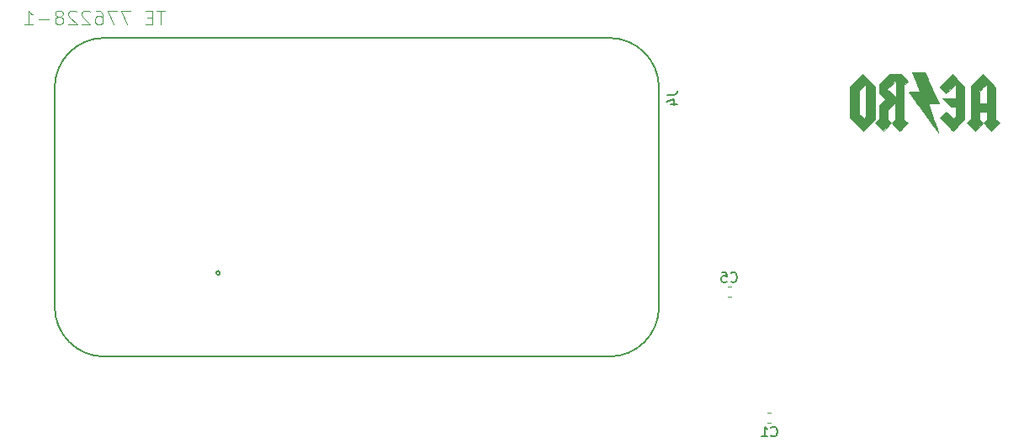
<source format=gbo>
%TF.GenerationSoftware,KiCad,Pcbnew,5.1.5-52549c5~84~ubuntu18.04.1*%
%TF.CreationDate,2020-02-26T10:28:26-05:00*%
%TF.ProjectId,LV_Breakout,4c565f42-7265-4616-9b6f-75742e6b6963,rev?*%
%TF.SameCoordinates,PX678e028PY6d01460*%
%TF.FileFunction,Legend,Bot*%
%TF.FilePolarity,Positive*%
%FSLAX46Y46*%
G04 Gerber Fmt 4.6, Leading zero omitted, Abs format (unit mm)*
G04 Created by KiCad (PCBNEW 5.1.5-52549c5~84~ubuntu18.04.1) date 2020-02-26 10:28:26*
%MOMM*%
%LPD*%
G04 APERTURE LIST*
%ADD10C,0.010000*%
%ADD11C,0.127000*%
%ADD12C,0.120000*%
%ADD13C,0.150000*%
%ADD14C,0.050000*%
G04 APERTURE END LIST*
D10*
%TO.C,G\002A\002A\002A*%
G36*
X81372708Y85441606D02*
G01*
X80742962Y84812588D01*
X80742962Y81662408D01*
X82055668Y80351066D01*
X83226984Y81523904D01*
X83226984Y81806375D01*
X82352328Y81806375D01*
X82240013Y81690496D01*
X82127699Y81574616D01*
X81890151Y81810344D01*
X81652603Y82046071D01*
X81652603Y84393337D01*
X82002466Y84741887D01*
X82352328Y85090436D01*
X82352328Y81806375D01*
X83226984Y81806375D01*
X83226984Y84847595D01*
X82614719Y85459110D01*
X82002455Y86070624D01*
X81372708Y85441606D01*
G37*
X81372708Y85441606D02*
X80742962Y84812588D01*
X80742962Y81662408D01*
X82055668Y80351066D01*
X83226984Y81523904D01*
X83226984Y81806375D01*
X82352328Y81806375D01*
X82240013Y81690496D01*
X82127699Y81574616D01*
X81890151Y81810344D01*
X81652603Y82046071D01*
X81652603Y84393337D01*
X82002466Y84741887D01*
X82352328Y85090436D01*
X82352328Y81806375D01*
X83226984Y81806375D01*
X83226984Y84847595D01*
X82614719Y85459110D01*
X82002455Y86070624D01*
X81372708Y85441606D01*
G36*
X84179906Y85554879D02*
G01*
X83681805Y85055887D01*
X83681805Y84148505D01*
X84292643Y83534823D01*
X83969731Y83210563D01*
X83646818Y82886302D01*
X83646818Y81525354D01*
X83463834Y81340069D01*
X83280851Y81154783D01*
X84084904Y80350730D01*
X84869688Y81138306D01*
X84697096Y81330730D01*
X84524503Y81523154D01*
X84522989Y81978572D01*
X84521474Y82433989D01*
X84906322Y82817644D01*
X85291171Y83201300D01*
X85291171Y81485537D01*
X85115854Y81312856D01*
X84940536Y81140175D01*
X85333947Y80745645D01*
X85468821Y80611740D01*
X85586657Y80497307D01*
X85678604Y80410738D01*
X85735816Y80360423D01*
X85749977Y80351116D01*
X85780622Y80375142D01*
X85850574Y80441496D01*
X85951144Y80541588D01*
X86073642Y80666829D01*
X86155490Y80751976D01*
X86538382Y81152836D01*
X86352104Y81336800D01*
X86165827Y81520764D01*
X86165827Y83657657D01*
X85361143Y83657657D01*
X84915241Y84103560D01*
X84469338Y84549463D01*
X85361143Y85441268D01*
X85361143Y83657657D01*
X86165827Y83657657D01*
X86165827Y84949775D01*
X86366121Y85152182D01*
X86566415Y85354588D01*
X86218086Y85704229D01*
X85869756Y86053870D01*
X84678007Y86053870D01*
X84179906Y85554879D01*
G37*
X84179906Y85554879D02*
X83681805Y85055887D01*
X83681805Y84148505D01*
X84292643Y83534823D01*
X83969731Y83210563D01*
X83646818Y82886302D01*
X83646818Y81525354D01*
X83463834Y81340069D01*
X83280851Y81154783D01*
X84084904Y80350730D01*
X84869688Y81138306D01*
X84697096Y81330730D01*
X84524503Y81523154D01*
X84522989Y81978572D01*
X84521474Y82433989D01*
X84906322Y82817644D01*
X85291171Y83201300D01*
X85291171Y81485537D01*
X85115854Y81312856D01*
X84940536Y81140175D01*
X85333947Y80745645D01*
X85468821Y80611740D01*
X85586657Y80497307D01*
X85678604Y80410738D01*
X85735816Y80360423D01*
X85749977Y80351116D01*
X85780622Y80375142D01*
X85850574Y80441496D01*
X85951144Y80541588D01*
X86073642Y80666829D01*
X86155490Y80751976D01*
X86538382Y81152836D01*
X86352104Y81336800D01*
X86165827Y81520764D01*
X86165827Y83657657D01*
X85361143Y83657657D01*
X84915241Y84103560D01*
X84469338Y84549463D01*
X85361143Y85441268D01*
X85361143Y83657657D01*
X86165827Y83657657D01*
X86165827Y84949775D01*
X86366121Y85152182D01*
X86566415Y85354588D01*
X86218086Y85704229D01*
X85869756Y86053870D01*
X84678007Y86053870D01*
X84179906Y85554879D01*
G36*
X90391864Y85399321D02*
G01*
X89752961Y84759717D01*
X90084235Y84427060D01*
X90415508Y84094403D01*
X90897141Y84575114D01*
X91378774Y85055826D01*
X91378774Y83601909D01*
X90714463Y83612118D01*
X90050151Y83622328D01*
X90477781Y83193746D01*
X90905410Y82765165D01*
X91378774Y82765165D01*
X91378774Y81754126D01*
X91254067Y81659006D01*
X91129359Y81563887D01*
X90772589Y81919442D01*
X90415820Y82274998D01*
X90100197Y81959375D01*
X89784575Y81643752D01*
X90434155Y80997434D01*
X90608660Y80824413D01*
X90766708Y80668875D01*
X90901615Y80537303D01*
X91006696Y80436179D01*
X91075268Y80371988D01*
X91100454Y80351116D01*
X91128865Y80374795D01*
X91199415Y80441200D01*
X91304961Y80543384D01*
X91438361Y80674398D01*
X91592474Y80827296D01*
X91685301Y80920028D01*
X92253430Y81488940D01*
X92253430Y84809396D01*
X91642098Y85424160D01*
X91030766Y86038925D01*
X90391864Y85399321D01*
G37*
X90391864Y85399321D02*
X89752961Y84759717D01*
X90084235Y84427060D01*
X90415508Y84094403D01*
X90897141Y84575114D01*
X91378774Y85055826D01*
X91378774Y83601909D01*
X90714463Y83612118D01*
X90050151Y83622328D01*
X90477781Y83193746D01*
X90905410Y82765165D01*
X91378774Y82765165D01*
X91378774Y81754126D01*
X91254067Y81659006D01*
X91129359Y81563887D01*
X90772589Y81919442D01*
X90415820Y82274998D01*
X90100197Y81959375D01*
X89784575Y81643752D01*
X90434155Y80997434D01*
X90608660Y80824413D01*
X90766708Y80668875D01*
X90901615Y80537303D01*
X91006696Y80436179D01*
X91075268Y80371988D01*
X91100454Y80351116D01*
X91128865Y80374795D01*
X91199415Y80441200D01*
X91304961Y80543384D01*
X91438361Y80674398D01*
X91592474Y80827296D01*
X91685301Y80920028D01*
X92253430Y81488940D01*
X92253430Y84809396D01*
X91642098Y85424160D01*
X91030766Y86038925D01*
X90391864Y85399321D01*
G36*
X93486339Y85450012D02*
G01*
X92883182Y84846116D01*
X92883182Y81525354D01*
X92700198Y81340069D01*
X92517214Y81154783D01*
X92919241Y80752757D01*
X93321267Y80350730D01*
X93722346Y80752950D01*
X94123424Y81155170D01*
X93757838Y81525354D01*
X93757838Y82240372D01*
X94527535Y82240372D01*
X94527535Y81525354D01*
X94344551Y81340069D01*
X94161567Y81154783D01*
X94965620Y80350730D01*
X95767776Y81155170D01*
X95584984Y81340262D01*
X95402190Y81525354D01*
X95402190Y83150014D01*
X94527535Y83150014D01*
X93757838Y83150014D01*
X93757838Y84289010D01*
X94140913Y84690380D01*
X94523989Y85091749D01*
X94525762Y84120881D01*
X94527535Y83150014D01*
X95402190Y83150014D01*
X95402190Y84742578D01*
X94745843Y85398243D01*
X94089495Y86053909D01*
X93486339Y85450012D01*
G37*
X93486339Y85450012D02*
X92883182Y84846116D01*
X92883182Y81525354D01*
X92700198Y81340069D01*
X92517214Y81154783D01*
X92919241Y80752757D01*
X93321267Y80350730D01*
X93722346Y80752950D01*
X94123424Y81155170D01*
X93757838Y81525354D01*
X93757838Y82240372D01*
X94527535Y82240372D01*
X94527535Y81525354D01*
X94344551Y81340069D01*
X94161567Y81154783D01*
X94965620Y80350730D01*
X95767776Y81155170D01*
X95584984Y81340262D01*
X95402190Y81525354D01*
X95402190Y83150014D01*
X94527535Y83150014D01*
X93757838Y83150014D01*
X93757838Y84289010D01*
X94140913Y84690380D01*
X94523989Y85091749D01*
X94525762Y84120881D01*
X94527535Y83150014D01*
X95402190Y83150014D01*
X95402190Y84742578D01*
X94745843Y85398243D01*
X94089495Y86053909D01*
X93486339Y85450012D01*
G36*
X87372851Y85249187D02*
G01*
X87732060Y84269573D01*
X87188424Y84269573D01*
X86983358Y84269154D01*
X86839168Y84267139D01*
X86746759Y84262389D01*
X86697035Y84253766D01*
X86680900Y84240131D01*
X86689261Y84220346D01*
X86699289Y84208347D01*
X86727292Y84171527D01*
X86792005Y84083463D01*
X86889378Y83949785D01*
X87015360Y83776123D01*
X87165900Y83568107D01*
X87336948Y83331367D01*
X87524453Y83071534D01*
X87724364Y82794237D01*
X87932630Y82505107D01*
X88145200Y82209773D01*
X88358025Y81913866D01*
X88567053Y81623015D01*
X88768233Y81342852D01*
X88957515Y81079005D01*
X89130847Y80837105D01*
X89284181Y80622783D01*
X89413463Y80441667D01*
X89514645Y80299389D01*
X89583674Y80201578D01*
X89616501Y80153864D01*
X89617220Y80152735D01*
X89614457Y80171326D01*
X89590691Y80249791D01*
X89547989Y80381944D01*
X89488417Y80561598D01*
X89414041Y80782569D01*
X89326928Y81038668D01*
X89229145Y81323712D01*
X89136159Y81592858D01*
X89029276Y81901449D01*
X88929769Y82189115D01*
X88839915Y82449243D01*
X88761994Y82675222D01*
X88698282Y82860440D01*
X88651058Y82998284D01*
X88622599Y83082142D01*
X88614862Y83106013D01*
X88647823Y83109164D01*
X88738606Y83111834D01*
X88875059Y83113814D01*
X89045034Y83114892D01*
X89134786Y83115027D01*
X89654709Y83115027D01*
X89263949Y83998430D01*
X89140406Y84277997D01*
X89007067Y84580195D01*
X88872290Y84886053D01*
X88744431Y85176600D01*
X88631846Y85432865D01*
X88578152Y85555317D01*
X88283117Y86228801D01*
X87013643Y86228801D01*
X87372851Y85249187D01*
G37*
X87372851Y85249187D02*
X87732060Y84269573D01*
X87188424Y84269573D01*
X86983358Y84269154D01*
X86839168Y84267139D01*
X86746759Y84262389D01*
X86697035Y84253766D01*
X86680900Y84240131D01*
X86689261Y84220346D01*
X86699289Y84208347D01*
X86727292Y84171527D01*
X86792005Y84083463D01*
X86889378Y83949785D01*
X87015360Y83776123D01*
X87165900Y83568107D01*
X87336948Y83331367D01*
X87524453Y83071534D01*
X87724364Y82794237D01*
X87932630Y82505107D01*
X88145200Y82209773D01*
X88358025Y81913866D01*
X88567053Y81623015D01*
X88768233Y81342852D01*
X88957515Y81079005D01*
X89130847Y80837105D01*
X89284181Y80622783D01*
X89413463Y80441667D01*
X89514645Y80299389D01*
X89583674Y80201578D01*
X89616501Y80153864D01*
X89617220Y80152735D01*
X89614457Y80171326D01*
X89590691Y80249791D01*
X89547989Y80381944D01*
X89488417Y80561598D01*
X89414041Y80782569D01*
X89326928Y81038668D01*
X89229145Y81323712D01*
X89136159Y81592858D01*
X89029276Y81901449D01*
X88929769Y82189115D01*
X88839915Y82449243D01*
X88761994Y82675222D01*
X88698282Y82860440D01*
X88651058Y82998284D01*
X88622599Y83082142D01*
X88614862Y83106013D01*
X88647823Y83109164D01*
X88738606Y83111834D01*
X88875059Y83113814D01*
X89045034Y83114892D01*
X89134786Y83115027D01*
X89654709Y83115027D01*
X89263949Y83998430D01*
X89140406Y84277997D01*
X89007067Y84580195D01*
X88872290Y84886053D01*
X88744431Y85176600D01*
X88631846Y85432865D01*
X88578152Y85555317D01*
X88283117Y86228801D01*
X87013643Y86228801D01*
X87372851Y85249187D01*
D11*
%TO.C,J4*%
X17345000Y66040000D02*
G75*
G03X17345000Y66040000I-200000J0D01*
G01*
X715000Y62610000D02*
X715000Y84710000D01*
X715000Y84710000D02*
G75*
G02X5715000Y89710000I5000000J0D01*
G01*
X5715000Y89710000D02*
X56515000Y89710000D01*
X56515000Y89710000D02*
G75*
G02X61515000Y84710000I0J-5000000D01*
G01*
X61515000Y84710000D02*
X61515000Y62610000D01*
X61515000Y62610000D02*
G75*
G02X56515000Y57610000I-5000000J0D01*
G01*
X56515000Y57610000D02*
X5715000Y57610000D01*
X5715000Y57610000D02*
G75*
G02X715000Y62610000I0J5000000D01*
G01*
D12*
%TO.C,C5*%
X68751267Y63625000D02*
X68408733Y63625000D01*
X68751267Y64645000D02*
X68408733Y64645000D01*
%TO.C,C1*%
X72458733Y51945000D02*
X72801267Y51945000D01*
X72458733Y50925000D02*
X72801267Y50925000D01*
%TO.C,J4*%
D13*
X62347380Y83963334D02*
X63061666Y83963334D01*
X63204523Y84010953D01*
X63299761Y84106191D01*
X63347380Y84249048D01*
X63347380Y84344286D01*
X62680714Y83058572D02*
X63347380Y83058572D01*
X62299761Y83296667D02*
X63014047Y83534762D01*
X63014047Y82915715D01*
D14*
X11774750Y92453617D02*
X10973550Y92453617D01*
X11374150Y91051517D02*
X11374150Y92453617D01*
X10506183Y91785950D02*
X10038816Y91785950D01*
X9838516Y91051517D02*
X10506183Y91051517D01*
X10506183Y92453617D01*
X9838516Y92453617D01*
X8302883Y92453617D02*
X7368150Y92453617D01*
X7969050Y91051517D01*
X6967550Y92453617D02*
X6032816Y92453617D01*
X6633716Y91051517D01*
X4897783Y92453617D02*
X5164850Y92453617D01*
X5298383Y92386850D01*
X5365150Y92320084D01*
X5498683Y92119784D01*
X5565450Y91852717D01*
X5565450Y91318584D01*
X5498683Y91185050D01*
X5431916Y91118284D01*
X5298383Y91051517D01*
X5031316Y91051517D01*
X4897783Y91118284D01*
X4831016Y91185050D01*
X4764250Y91318584D01*
X4764250Y91652417D01*
X4831016Y91785950D01*
X4897783Y91852717D01*
X5031316Y91919484D01*
X5298383Y91919484D01*
X5431916Y91852717D01*
X5498683Y91785950D01*
X5565450Y91652417D01*
X4230116Y92320084D02*
X4163350Y92386850D01*
X4029816Y92453617D01*
X3695983Y92453617D01*
X3562450Y92386850D01*
X3495683Y92320084D01*
X3428916Y92186550D01*
X3428916Y92053017D01*
X3495683Y91852717D01*
X4296883Y91051517D01*
X3428916Y91051517D01*
X2894783Y92320084D02*
X2828016Y92386850D01*
X2694483Y92453617D01*
X2360650Y92453617D01*
X2227116Y92386850D01*
X2160350Y92320084D01*
X2093583Y92186550D01*
X2093583Y92053017D01*
X2160350Y91852717D01*
X2961550Y91051517D01*
X2093583Y91051517D01*
X1292383Y91852717D02*
X1425916Y91919484D01*
X1492683Y91986250D01*
X1559450Y92119784D01*
X1559450Y92186550D01*
X1492683Y92320084D01*
X1425916Y92386850D01*
X1292383Y92453617D01*
X1025316Y92453617D01*
X891783Y92386850D01*
X825016Y92320084D01*
X758250Y92186550D01*
X758250Y92119784D01*
X825016Y91986250D01*
X891783Y91919484D01*
X1025316Y91852717D01*
X1292383Y91852717D01*
X1425916Y91785950D01*
X1492683Y91719184D01*
X1559450Y91585650D01*
X1559450Y91318584D01*
X1492683Y91185050D01*
X1425916Y91118284D01*
X1292383Y91051517D01*
X1025316Y91051517D01*
X891783Y91118284D01*
X825016Y91185050D01*
X758250Y91318584D01*
X758250Y91585650D01*
X825016Y91719184D01*
X891783Y91785950D01*
X1025316Y91852717D01*
X157350Y91585650D02*
X-910917Y91585650D01*
X-2313017Y91051517D02*
X-1511817Y91051517D01*
X-1912417Y91051517D02*
X-1912417Y92453617D01*
X-1778884Y92253317D01*
X-1645350Y92119784D01*
X-1511817Y92053017D01*
%TO.C,C5*%
D13*
X68746666Y65207858D02*
X68794285Y65160239D01*
X68937142Y65112620D01*
X69032380Y65112620D01*
X69175238Y65160239D01*
X69270476Y65255477D01*
X69318095Y65350715D01*
X69365714Y65541191D01*
X69365714Y65684048D01*
X69318095Y65874524D01*
X69270476Y65969762D01*
X69175238Y66065000D01*
X69032380Y66112620D01*
X68937142Y66112620D01*
X68794285Y66065000D01*
X68746666Y66017381D01*
X67841904Y66112620D02*
X68318095Y66112620D01*
X68365714Y65636429D01*
X68318095Y65684048D01*
X68222857Y65731667D01*
X67984761Y65731667D01*
X67889523Y65684048D01*
X67841904Y65636429D01*
X67794285Y65541191D01*
X67794285Y65303096D01*
X67841904Y65207858D01*
X67889523Y65160239D01*
X67984761Y65112620D01*
X68222857Y65112620D01*
X68318095Y65160239D01*
X68365714Y65207858D01*
%TO.C,C1*%
X72796666Y49647858D02*
X72844285Y49600239D01*
X72987142Y49552620D01*
X73082380Y49552620D01*
X73225238Y49600239D01*
X73320476Y49695477D01*
X73368095Y49790715D01*
X73415714Y49981191D01*
X73415714Y50124048D01*
X73368095Y50314524D01*
X73320476Y50409762D01*
X73225238Y50505000D01*
X73082380Y50552620D01*
X72987142Y50552620D01*
X72844285Y50505000D01*
X72796666Y50457381D01*
X71844285Y49552620D02*
X72415714Y49552620D01*
X72130000Y49552620D02*
X72130000Y50552620D01*
X72225238Y50409762D01*
X72320476Y50314524D01*
X72415714Y50266905D01*
%TD*%
M02*

</source>
